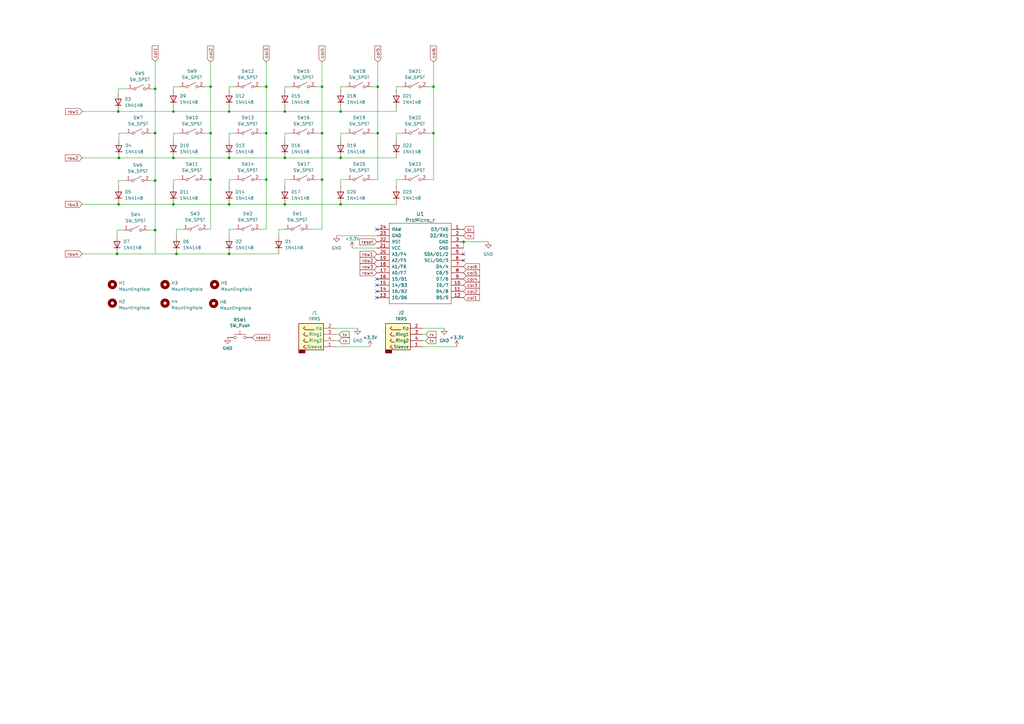
<source format=kicad_sch>
(kicad_sch (version 20230121) (generator eeschema)
  (paper "A3")
  (lib_symbols
    (symbol "Diode:1N4148" (pin_numbers hide) (pin_names hide)
      (property "Reference" "D" (at 0 2.54 0))
      (property "Value" "1N4148" (at 0 -2.54 0))
      (symbol "1N4148_0_1"
        (polyline (pts (xy -1.27 1.27) (xy -1.27 -1.27)) (stroke (width 0.254)))
        (polyline (pts (xy 1.27 0) (xy -1.27 0)))
        (polyline (pts (xy 1.27 1.27) (xy 1.27 -1.27) (xy -1.27 0) (xy 1.27 1.27)) (stroke (width 0.254)))
      )
      (symbol "1N4148_1_1"
        (pin passive line (at -3.81 0 0) (length 2.54) (name "K") (number "1"))
        (pin passive line (at 3.81 0 180) (length 2.54) (name "A") (number "2"))
      )
    )
    (symbol "Mechanical:MountingHole" (pin_names (offset 1.016))
      (property "Reference" "H" (at 0 5.08 0))
      (property "Value" "MountingHole" (at 0 3.175 0))
      (symbol "MountingHole_0_1"
        (circle (center 0 0) (radius 1.27) (stroke (width 1.27)))
      )
    )
    (symbol "Switch:SW_Push" (pin_numbers hide) (pin_names (offset 1.016) hide)
      (property "Reference" "SW" (at 1.27 2.54 0))
      (property "Value" "SW_Push" (at 0 -1.524 0))
      (symbol "SW_Push_0_1"
        (circle (center -2.032 0) (radius 0.508))
        (polyline (pts (xy 0 1.27) (xy 0 3.048)))
        (polyline (pts (xy 2.54 1.27) (xy -2.54 1.27)))
        (circle (center 2.032 0) (radius 0.508))
        (pin passive line (at -5.08 0 0) (length 2.54) (name "1") (number "1"))
        (pin passive line (at 5.08 0 180) (length 2.54) (name "2") (number "2"))
      )
    )
    (symbol "Switch:SW_SPST" (pin_names (offset 0) hide)
      (property "Reference" "SW" (at 0 3.175 0))
      (property "Value" "SW_SPST" (at 0 -2.54 0))
      (symbol "SW_SPST_0_0"
        (circle (center -2.032 0) (radius 0.508))
        (polyline (pts (xy -1.524 0.254) (xy 1.524 1.778)))
        (circle (center 2.032 0) (radius 0.508))
      )
      (symbol "SW_SPST_1_1"
        (pin passive line (at -5.08 0 0) (length 2.54) (name "A") (number "1"))
        (pin passive line (at 5.08 0 180) (length 2.54) (name "B") (number "2"))
      )
    )
    (symbol "hillside:ProMicro_r" (pin_names (offset 1.016))
      (property "Reference" "U" (at 1.27 22.86 0))
      (property "Value" "ProMicro_r" (at 1.27 -15.24 0))
      (symbol "ProMicro_r_0_1"
        (rectangle (start 13.97 20.32) (end -11.43 -12.7))
      )
      (symbol "ProMicro_r_1_1"
        (pin bidirectional line (at 19.05 17.78 180) (length 5.08) (name "D3/TX0") (number "1"))
        (pin bidirectional line (at 19.05 -5.08 180) (length 5.08) (name "E6/7") (number "10"))
        (pin bidirectional line (at 19.05 -7.62 180) (length 5.08) (name "B4/8") (number "11"))
        (pin bidirectional line (at 19.05 -10.16 180) (length 5.08) (name "B5/9") (number "12"))
        (pin bidirectional line (at -16.51 -10.16 0) (length 5.08) (name "10/B6") (number "13"))
        (pin bidirectional line (at -16.51 -7.62 0) (length 5.08) (name "16/B2") (number "14"))
        (pin bidirectional line (at -16.51 -5.08 0) (length 5.08) (name "14/B3") (number "15"))
        (pin bidirectional line (at -16.51 -2.54 0) (length 5.08) (name "15/B1") (number "16"))
        (pin bidirectional line (at -16.51 0 0) (length 5.08) (name "A0/F7") (number "17"))
        (pin bidirectional line (at -16.51 2.54 0) (length 5.08) (name "A1/F6") (number "18"))
        (pin bidirectional line (at -16.51 5.08 0) (length 5.08) (name "A2/F5") (number "19"))
        (pin bidirectional line (at 19.05 15.24 180) (length 5.08) (name "D2/RX1") (number "2"))
        (pin bidirectional line (at -16.51 7.62 0) (length 5.08) (name "A3/F4") (number "20"))
        (pin power_in line (at -16.51 10.16 0) (length 5.08) (name "VCC") (number "21"))
        (pin input line (at -16.51 12.7 0) (length 5.08) (name "RST") (number "22"))
        (pin power_in line (at -16.51 15.24 0) (length 5.08) (name "GND") (number "23"))
        (pin power_out line (at -16.51 17.78 0) (length 5.08) (name "RAW") (number "24"))
        (pin power_in line (at 19.05 12.7 180) (length 5.08) (name "GND") (number "3"))
        (pin power_in line (at 19.05 10.16 180) (length 5.08) (name "GND") (number "4"))
        (pin bidirectional line (at 19.05 7.62 180) (length 5.08) (name "SDA/D1/2") (number "5"))
        (pin bidirectional line (at 19.05 5.08 180) (length 5.08) (name "SCL/D0/3") (number "6"))
        (pin bidirectional line (at 19.05 2.54 180) (length 5.08) (name "D4/4") (number "7"))
        (pin bidirectional line (at 19.05 0 180) (length 5.08) (name "C6/5") (number "8"))
        (pin bidirectional line (at 19.05 -2.54 180) (length 5.08) (name "D7/6") (number "9"))
      )
    )
    (symbol "hillside:TRRS"
      (property "Reference" "J" (at 7.62 5.715 0))
      (property "Value" "TRRS" (at 6.985 -7.62 0))
      (symbol "TRRS_0_1"
        (polyline (pts (xy 6.35 1.905) (xy 10.16 1.905) (xy 10.795 2.54) (xy 10.16 3.175)) (stroke (width 0.254)))
        (polyline (pts (xy 8.89 -0.635) (xy 10.16 -0.635) (xy 10.795 0) (xy 10.16 0.635)) (stroke (width 0.254)))
        (polyline (pts (xy 10.16 -4.445) (xy 10.795 -5.08) (xy 10.16 -5.715) (xy 9.525 -5.715)) (stroke (width 0.254)))
        (polyline (pts (xy 10.16 -1.905) (xy 10.795 -2.54) (xy 10.16 -3.175) (xy 8.89 -3.175)) (stroke (width 0.254)))
        (rectangle (start 12.7 -7.62) (end 10.16 -6.35) (stroke (width 0.254)) (fill (type outline)))
        (rectangle (start 12.7 -6.35) (end 2.54 4.445) (stroke (width 0.254)) (fill (type background)))
      )
      (symbol "TRRS_1_1"
        (pin passive line (at -2.54 -5.08 0) (length 5.08) (name "Sleeve") (number "1"))
        (pin passive line (at -2.54 2.54 0) (length 5.08) (name "tip") (number "2"))
        (pin passive line (at -2.54 0 0) (length 5.08) (name "Ring1") (number "3"))
        (pin passive line (at -2.54 -2.54 0) (length 5.08) (name "Ring2") (number "4"))
      )
    )
    (symbol "power:+3.3V" (power) (pin_names (offset 0))
      (property "Value" "+3.3V" (at 0 3.556 0))
      (symbol "+3.3V_0_1"
        (polyline (pts (xy -0.762 1.27) (xy 0 2.54)))
        (polyline (pts (xy 0 0) (xy 0 2.54)))
        (polyline (pts (xy 0 2.54) (xy 0.762 1.27)))
      )
      (symbol "+3.3V_1_1"
        (pin power_in line (at 0 0 90) (length 0) hide (name "+3.3V") (number "1"))
      )
    )
    (symbol "power:GND" (power) (pin_names (offset 0))
      (property "Value" "GND" (at 0 -3.81 0))
      (symbol "GND_0_1"
        (polyline (pts (xy 0 0) (xy 0 -1.27) (xy 1.27 -1.27) (xy 0 -2.54) (xy -1.27 -1.27) (xy 0 -1.27)))
      )
      (symbol "GND_1_1"
        (pin power_in line (at 0 0 270) (length 0) hide (name "GND") (number "1"))
      )
    )
  )
  (junction (at 72.39 104.14))
  (junction (at 63.627 36.449))
  (junction (at 132.08 54.61))
  (junction (at 132.08 35.56))
  (junction (at 48.006 104.14))
  (junction (at 109.22 73.66))
  (junction (at 48.641 83.82))
  (junction (at 109.22 54.61))
  (junction (at 48.514 45.72))
  (junction (at 116.84 83.82))
  (junction (at 48.768 64.77))
  (junction (at 93.98 104.14))
  (junction (at 86.36 54.61))
  (junction (at 177.8 54.61))
  (junction (at 116.84 64.77))
  (junction (at 63.627 74.041))
  (junction (at 93.98 64.77))
  (junction (at 93.98 45.72))
  (junction (at 86.36 73.66))
  (junction (at 154.94 54.61))
  (junction (at 109.22 35.56))
  (junction (at 177.8 35.56))
  (junction (at 154.94 35.56))
  (junction (at 86.36 35.56))
  (junction (at 71.12 45.72))
  (junction (at 93.98 83.82))
  (junction (at 116.84 45.72))
  (junction (at 139.7 83.82))
  (junction (at 63.627 94.361))
  (junction (at 139.7 64.77))
  (junction (at 132.08 73.66))
  (junction (at 63.627 54.61))
  (junction (at 139.7 45.72))
  (junction (at 190.119 99.187))
  (junction (at 71.12 64.77))
  (junction (at 71.12 83.82))
  (no_connect (at 154.559 116.967))
  (no_connect (at 190.119 106.807))
  (no_connect (at 154.559 119.507))
  (no_connect (at 154.559 94.107))
  (no_connect (at 154.559 114.427))
  (no_connect (at 154.559 122.047))
  (no_connect (at 190.119 104.267))
  (wire (pts (xy 119.38 73.66) (xy 116.84 73.66)))
  (wire (pts (xy 177.8 73.66) (xy 175.26 73.66)))
  (wire (pts (xy 63.627 74.041) (xy 63.627 94.361)))
  (wire (pts (xy 93.98 44.45) (xy 93.98 45.72)))
  (wire (pts (xy 139.7 83.82) (xy 162.56 83.82)))
  (wire (pts (xy 71.12 73.66) (xy 73.66 73.66)))
  (wire (pts (xy 86.36 25.4) (xy 86.36 35.56)))
  (wire (pts (xy 63.627 36.449) (xy 63.627 25.146)))
  (wire (pts (xy 48.768 54.61) (xy 51.562 54.61)))
  (wire (pts (xy 162.56 54.61) (xy 162.56 57.15)))
  (wire (pts (xy 50.546 94.361) (xy 48.006 94.361)))
  (wire (pts (xy 48.768 64.77) (xy 71.12 64.77)))
  (wire (pts (xy 86.36 73.66) (xy 86.36 93.98)))
  (wire (pts (xy 173.355 142.24) (xy 187.325 142.24)))
  (wire (pts (xy 71.12 64.77) (xy 93.98 64.77)))
  (wire (pts (xy 162.56 44.45) (xy 162.56 45.72)))
  (wire (pts (xy 93.98 93.98) (xy 96.52 93.98)))
  (wire (pts (xy 139.7 73.66) (xy 139.7 76.2)))
  (wire (pts (xy 154.94 25.4) (xy 154.94 35.56)))
  (wire (pts (xy 190.119 99.187) (xy 190.119 101.727)))
  (wire (pts (xy 177.8 35.56) (xy 175.26 35.56)))
  (wire (pts (xy 127 93.98) (xy 132.08 93.98)))
  (wire (pts (xy 86.36 35.56) (xy 86.36 54.61)))
  (wire (pts (xy 139.065 137.16) (xy 137.795 137.16)))
  (wire (pts (xy 137.795 142.24) (xy 151.765 142.24)))
  (wire (pts (xy 109.22 54.61) (xy 106.68 54.61)))
  (wire (pts (xy 142.24 73.66) (xy 139.7 73.66)))
  (wire (pts (xy 144.399 101.727) (xy 154.559 101.727)))
  (wire (pts (xy 132.08 35.56) (xy 132.08 54.61)))
  (wire (pts (xy 73.66 35.56) (xy 71.12 35.56)))
  (wire (pts (xy 48.641 74.041) (xy 51.435 74.041)))
  (wire (pts (xy 114.3 93.98) (xy 116.84 93.98)))
  (wire (pts (xy 60.706 94.361) (xy 63.627 94.361)))
  (wire (pts (xy 174.625 137.16) (xy 173.355 137.16)))
  (wire (pts (xy 173.355 139.7) (xy 174.625 139.7)))
  (wire (pts (xy 48.641 83.82) (xy 71.12 83.82)))
  (wire (pts (xy 72.39 104.14) (xy 93.98 104.14)))
  (wire (pts (xy 72.39 93.98) (xy 74.93 93.98)))
  (wire (pts (xy 86.36 93.98) (xy 85.09 93.98)))
  (wire (pts (xy 48.641 76.2) (xy 48.641 74.041)))
  (wire (pts (xy 173.355 134.62) (xy 182.245 134.62)))
  (wire (pts (xy 93.98 45.72) (xy 116.84 45.72)))
  (wire (pts (xy 190.119 99.187) (xy 200.279 99.187)))
  (wire (pts (xy 86.36 73.66) (xy 83.82 73.66)))
  (wire (pts (xy 162.56 35.56) (xy 162.56 36.83)))
  (wire (pts (xy 142.24 54.61) (xy 139.7 54.61)))
  (wire (pts (xy 71.12 76.2) (xy 71.12 73.66)))
  (wire (pts (xy 177.8 54.61) (xy 177.8 73.66)))
  (wire (pts (xy 132.08 73.66) (xy 132.08 93.98)))
  (wire (pts (xy 109.22 35.56) (xy 109.22 54.61)))
  (wire (pts (xy 177.8 35.56) (xy 177.8 54.61)))
  (wire (pts (xy 71.12 54.61) (xy 71.12 57.15)))
  (wire (pts (xy 139.7 64.77) (xy 162.56 64.77)))
  (wire (pts (xy 71.12 83.82) (xy 93.98 83.82)))
  (wire (pts (xy 109.22 73.66) (xy 109.22 93.98)))
  (wire (pts (xy 61.595 74.041) (xy 63.627 74.041)))
  (wire (pts (xy 93.98 73.66) (xy 93.98 76.2)))
  (wire (pts (xy 62.357 36.449) (xy 63.627 36.449)))
  (wire (pts (xy 93.98 93.98) (xy 93.98 96.52)))
  (wire (pts (xy 154.94 35.56) (xy 152.4 35.56)))
  (wire (pts (xy 139.7 35.56) (xy 139.7 36.83)))
  (wire (pts (xy 177.8 25.4) (xy 177.8 35.56)))
  (wire (pts (xy 132.08 25.4) (xy 132.08 35.56)))
  (wire (pts (xy 109.22 25.4) (xy 109.22 35.56)))
  (wire (pts (xy 154.94 35.56) (xy 154.94 54.61)))
  (wire (pts (xy 165.1 35.56) (xy 162.56 35.56)))
  (wire (pts (xy 96.52 35.56) (xy 93.98 35.56)))
  (wire (pts (xy 165.1 54.61) (xy 162.56 54.61)))
  (wire (pts (xy 116.84 44.45) (xy 116.84 45.72)))
  (wire (pts (xy 86.36 54.61) (xy 83.82 54.61)))
  (wire (pts (xy 132.08 35.56) (xy 129.54 35.56)))
  (wire (pts (xy 33.655 83.82) (xy 48.641 83.82)))
  (wire (pts (xy 72.39 93.98) (xy 72.39 96.52)))
  (wire (pts (xy 116.84 64.77) (xy 139.7 64.77)))
  (wire (pts (xy 73.66 54.61) (xy 71.12 54.61)))
  (wire (pts (xy 71.12 45.72) (xy 93.98 45.72)))
  (wire (pts (xy 61.722 54.61) (xy 63.627 54.61)))
  (wire (pts (xy 109.22 54.61) (xy 109.22 73.66)))
  (wire (pts (xy 93.98 64.77) (xy 116.84 64.77)))
  (wire (pts (xy 138.049 96.647) (xy 154.559 96.647)))
  (wire (pts (xy 119.38 54.61) (xy 116.84 54.61)))
  (wire (pts (xy 86.36 35.56) (xy 83.82 35.56)))
  (wire (pts (xy 63.627 54.61) (xy 63.627 36.449)))
  (wire (pts (xy 33.782 45.72) (xy 48.514 45.72)))
  (wire (pts (xy 139.7 54.61) (xy 139.7 57.15)))
  (wire (pts (xy 142.24 35.56) (xy 139.7 35.56)))
  (wire (pts (xy 132.08 54.61) (xy 129.54 54.61)))
  (wire (pts (xy 165.1 73.66) (xy 162.56 73.66)))
  (wire (pts (xy 48.006 104.14) (xy 72.39 104.14)))
  (wire (pts (xy 116.84 83.82) (xy 139.7 83.82)))
  (wire (pts (xy 93.98 104.14) (xy 114.3 104.14)))
  (wire (pts (xy 154.94 54.61) (xy 154.94 73.66)))
  (wire (pts (xy 119.38 35.56) (xy 116.84 35.56)))
  (wire (pts (xy 139.7 44.45) (xy 139.7 45.72)))
  (wire (pts (xy 116.84 45.72) (xy 139.7 45.72)))
  (wire (pts (xy 48.514 36.449) (xy 48.514 38.1)))
  (wire (pts (xy 106.68 93.98) (xy 109.22 93.98)))
  (wire (pts (xy 33.655 64.77) (xy 48.768 64.77)))
  (wire (pts (xy 48.514 45.72) (xy 71.12 45.72)))
  (wire (pts (xy 109.22 35.56) (xy 106.68 35.56)))
  (wire (pts (xy 162.56 73.66) (xy 162.56 76.2)))
  (wire (pts (xy 93.98 83.82) (xy 116.84 83.82)))
  (wire (pts (xy 177.8 54.61) (xy 175.26 54.61)))
  (wire (pts (xy 154.94 73.66) (xy 152.4 73.66)))
  (wire (pts (xy 154.94 54.61) (xy 152.4 54.61)))
  (wire (pts (xy 139.7 45.72) (xy 162.56 45.72)))
  (wire (pts (xy 96.52 54.61) (xy 93.98 54.61)))
  (wire (pts (xy 71.12 35.56) (xy 71.12 36.83)))
  (wire (pts (xy 48.768 57.15) (xy 48.768 54.61)))
  (wire (pts (xy 63.627 94.361) (xy 63.627 104.013)))
  (wire (pts (xy 116.84 35.56) (xy 116.84 36.83)))
  (wire (pts (xy 48.006 94.361) (xy 48.006 96.52)))
  (wire (pts (xy 132.08 54.61) (xy 132.08 73.66)))
  (wire (pts (xy 33.655 104.14) (xy 48.006 104.14)))
  (wire (pts (xy 116.84 54.61) (xy 116.84 57.15)))
  (wire (pts (xy 137.795 139.7) (xy 139.065 139.7)))
  (wire (pts (xy 132.08 73.66) (xy 129.54 73.66)))
  (wire (pts (xy 137.795 134.62) (xy 146.685 134.62)))
  (wire (pts (xy 114.3 96.52) (xy 114.3 93.98)))
  (wire (pts (xy 63.627 74.041) (xy 63.627 54.61)))
  (wire (pts (xy 71.12 44.45) (xy 71.12 45.72)))
  (wire (pts (xy 96.52 73.66) (xy 93.98 73.66)))
  (wire (pts (xy 52.197 36.449) (xy 48.514 36.449)))
  (wire (pts (xy 109.22 73.66) (xy 106.68 73.66)))
  (wire (pts (xy 93.98 54.61) (xy 93.98 57.15)))
  (wire (pts (xy 86.36 54.61) (xy 86.36 73.66)))
  (wire (pts (xy 116.84 73.66) (xy 116.84 76.2)))
  (wire (pts (xy 93.98 35.56) (xy 93.98 36.83)))
  (global_label "col3" (shape input) (at 109.22 25.4 90) (property "Intersheetrefs" "${INTERSHEET_REFS}" (effects hide)))
  (global_label "col4" (shape input) (at 190.119 114.427 0) (property "Intersheetrefs" "${INTERSHEET_REFS}" (effects hide)))
  (global_label "row2" (shape input) (at 33.655 64.77 180) (property "Intersheetrefs" "${INTERSHEET_REFS}" (effects hide)))
  (global_label "row1" (shape input) (at 33.782 45.72 180) (property "Intersheetrefs" "${INTERSHEET_REFS}" (effects hide)))
  (global_label "col1" (shape input) (at 63.627 25.273 90) (property "Intersheetrefs" "${INTERSHEET_REFS}" (effects hide)))
  (global_label "rx" (shape input) (at 139.065 139.7 0) (property "Intersheetrefs" "${INTERSHEET_REFS}" (effects hide)))
  (global_label "rx" (shape input) (at 174.625 137.16 0) (property "Intersheetrefs" "${INTERSHEET_REFS}" (effects hide)))
  (global_label "col6" (shape input) (at 190.119 109.347 0) (property "Intersheetrefs" "${INTERSHEET_REFS}" (effects hide)))
  (global_label "row4" (shape input) (at 33.655 104.14 180) (property "Intersheetrefs" "${INTERSHEET_REFS}" (effects hide)))
  (global_label "col2" (shape input) (at 86.36 25.4 90) (property "Intersheetrefs" "${INTERSHEET_REFS}" (effects hide)))
  (global_label "tx" (shape input) (at 174.625 139.7 0) (property "Intersheetrefs" "${INTERSHEET_REFS}" (effects hide)))
  (global_label "col3" (shape input) (at 190.119 116.967 0) (property "Intersheetrefs" "${INTERSHEET_REFS}" (effects hide)))
  (global_label "row3" (shape input) (at 154.559 109.347 180) (property "Intersheetrefs" "${INTERSHEET_REFS}" (effects hide)))
  (global_label "row4" (shape input) (at 154.559 111.887 180) (property "Intersheetrefs" "${INTERSHEET_REFS}" (effects hide)))
  (global_label "rx" (shape input) (at 190.119 96.647 0) (property "Intersheetrefs" "${INTERSHEET_REFS}" (effects hide)))
  (global_label "col1" (shape input) (at 190.119 122.047 0) (property "Intersheetrefs" "${INTERSHEET_REFS}" (effects hide)))
  (global_label "row2" (shape input) (at 154.559 106.807 180) (property "Intersheetrefs" "${INTERSHEET_REFS}" (effects hide)))
  (global_label "row1" (shape input) (at 154.559 104.267 180) (property "Intersheetrefs" "${INTERSHEET_REFS}" (effects hide)))
  (global_label "col2" (shape input) (at 190.119 119.507 0) (property "Intersheetrefs" "${INTERSHEET_REFS}" (effects hide)))
  (global_label "col5" (shape input) (at 190.119 111.887 0) (property "Intersheetrefs" "${INTERSHEET_REFS}" (effects hide)))
  (global_label "tx" (shape input) (at 190.119 94.107 0) (property "Intersheetrefs" "${INTERSHEET_REFS}" (effects hide)))
  (global_label "col4" (shape input) (at 132.08 25.4 90) (property "Intersheetrefs" "${INTERSHEET_REFS}" (effects hide)))
  (global_label "col5" (shape input) (at 154.94 25.4 90) (property "Intersheetrefs" "${INTERSHEET_REFS}" (effects hide)))
  (global_label "row3" (shape input) (at 33.655 83.82 180) (property "Intersheetrefs" "${INTERSHEET_REFS}" (effects hide)))
  (global_label "reset" (shape input) (at 103.505 138.43 0) (property "Intersheetrefs" "${INTERSHEET_REFS}" (effects hide)))
  (global_label "tx" (shape input) (at 139.065 137.16 0) (property "Intersheetrefs" "${INTERSHEET_REFS}" (effects hide)))
  (global_label "reset" (shape input) (at 154.559 99.187 180) (property "Intersheetrefs" "${INTERSHEET_REFS}" (effects hide)))
  (global_label "col6" (shape input) (at 177.8 25.4 90) (property "Intersheetrefs" "${INTERSHEET_REFS}" (effects hide)))
  (symbol (lib_id "power:+3.3V") (at 151.765 142.24 0) (unit 1)
    (property "Reference" "#PWR04" (effects hide))
    (property "Value" "+3.3V" (at 151.765 138.43 0))
  )
  (symbol (lib_id "Diode:1N4148") (at 93.98 100.33 90) (unit 1)
    (property "Reference" "D2" (at 96.52 99.0599 90) (effects (justify right)))
    (property "Value" "1N4148" (at 96.52 101.5999 90) (effects (justify right)))
    (property "Footprint" "Keebio-Parts:Diode-dual" (effects hide))
    (property "Datasheet" "https://assets.nexperia.com/documents/data-sheet/1N4148_1N4448.pdf" (effects hide))
  )
  (symbol (lib_id "power:+3.3V") (at 187.325 142.24 0) (unit 1)
    (property "Reference" "#PWR012" (effects hide))
    (property "Value" "+3.3V" (at 187.325 138.43 0))
  )
  (symbol (lib_id "Diode:1N4148") (at 71.12 40.64 90) (unit 1)
    (property "Reference" "D9" (at 73.66 39.3699 90) (effects (justify right)))
    (property "Value" "1N4148" (at 73.66 41.9099 90) (effects (justify right)))
    (property "Footprint" "Keebio-Parts:Diode-dual" (effects hide))
    (property "Datasheet" "https://assets.nexperia.com/documents/data-sheet/1N4148_1N4448.pdf" (effects hide))
  )
  (symbol (lib_id "Switch:SW_SPST") (at 101.6 73.66 0) (unit 1)
    (property "Reference" "SW14" (at 101.6 67.31 0))
    (property "Value" "SW_SPST" (at 101.6 69.85 0))
    (property "Footprint" "keyswitches:Kailh_socket_PG1350_reversible" (effects hide))
  )
  (symbol (lib_id "Switch:SW_SPST") (at 124.46 35.56 0) (unit 1)
    (property "Reference" "SW15" (at 124.46 29.21 0))
    (property "Value" "SW_SPST" (at 124.46 31.75 0))
    (property "Footprint" "keyswitches:Kailh_socket_PG1350_reversible" (effects hide))
  )
  (symbol (lib_id "Diode:1N4148") (at 139.7 60.96 90) (unit 1)
    (property "Reference" "D19" (at 142.24 59.6899 90) (effects (justify right)))
    (property "Value" "1N4148" (at 142.24 62.2299 90) (effects (justify right)))
    (property "Footprint" "Keebio-Parts:Diode-dual" (effects hide))
    (property "Datasheet" "https://assets.nexperia.com/documents/data-sheet/1N4148_1N4448.pdf" (effects hide))
  )
  (symbol (lib_id "Switch:SW_SPST") (at 147.32 73.66 0) (unit 1)
    (property "Reference" "SW20" (at 147.32 67.31 0))
    (property "Value" "SW_SPST" (at 147.32 69.85 0))
    (property "Footprint" "keyswitches:Kailh_socket_PG1350_reversible" (effects hide))
  )
  (symbol (lib_id "Mechanical:MountingHole") (at 46.101 124.333 0) (unit 1)
    (property "Reference" "H2" (at 48.641 123.698 0) (effects (justify left)))
    (property "Value" "MountingHole" (at 48.641 126.238 0) (effects (justify left)))
    (property "Footprint" "MountingHole:MountingHole_2.2mm_M2" (effects hide))
  )
  (symbol (lib_id "Diode:1N4148") (at 162.56 60.96 90) (unit 1)
    (property "Reference" "D22" (at 165.1 59.6899 90) (effects (justify right)))
    (property "Value" "1N4148" (at 165.1 62.2299 90) (effects (justify right)))
    (property "Footprint" "Keebio-Parts:Diode-dual" (effects hide))
    (property "Datasheet" "https://assets.nexperia.com/documents/data-sheet/1N4148_1N4448.pdf" (effects hide))
  )
  (symbol (lib_id "Switch:SW_SPST") (at 170.18 35.56 0) (unit 1)
    (property "Reference" "SW21" (at 170.18 29.21 0))
    (property "Value" "SW_SPST" (at 170.18 31.75 0))
    (property "Footprint" "keyswitches:Kailh_socket_PG1350_reversible" (effects hide))
  )
  (symbol (lib_id "power:GND") (at 138.049 96.647 0) (unit 1)
    (property "Reference" "#PWR02" (effects hide))
    (property "Value" "GND" (at 138.049 101.727 0))
  )
  (symbol (lib_id "Diode:1N4148") (at 93.98 60.96 90) (unit 1)
    (property "Reference" "D13" (at 96.52 59.6899 90) (effects (justify right)))
    (property "Value" "1N4148" (at 96.52 62.2299 90) (effects (justify right)))
    (property "Footprint" "Keebio-Parts:Diode-dual" (effects hide))
    (property "Datasheet" "https://assets.nexperia.com/documents/data-sheet/1N4148_1N4448.pdf" (effects hide))
  )
  (symbol (lib_id "Diode:1N4148") (at 71.12 60.96 90) (unit 1)
    (property "Reference" "D10" (at 73.66 59.6899 90) (effects (justify right)))
    (property "Value" "1N4148" (at 73.66 62.2299 90) (effects (justify right)))
    (property "Footprint" "Keebio-Parts:Diode-dual" (effects hide))
    (property "Datasheet" "https://assets.nexperia.com/documents/data-sheet/1N4148_1N4448.pdf" (effects hide))
  )
  (symbol (lib_id "Diode:1N4148") (at 48.768 60.96 90) (unit 1)
    (property "Reference" "D4" (at 51.308 59.6899 90) (effects (justify right)))
    (property "Value" "1N4148" (at 51.308 62.2299 90) (effects (justify right)))
    (property "Footprint" "Keebio-Parts:Diode-dual" (effects hide))
    (property "Datasheet" "https://assets.nexperia.com/documents/data-sheet/1N4148_1N4448.pdf" (effects hide))
  )
  (symbol (lib_id "Switch:SW_SPST") (at 55.626 94.361 0) (unit 1)
    (property "Reference" "SW4" (at 55.626 88.011 0))
    (property "Value" "SW_SPST" (at 55.626 90.551 0))
    (property "Footprint" "keyswitches:Kailh_socket_PG1350_reversible" (effects hide))
  )
  (symbol (lib_id "Diode:1N4148") (at 139.7 80.01 90) (unit 1)
    (property "Reference" "D20" (at 142.24 78.7399 90) (effects (justify right)))
    (property "Value" "1N4148" (at 142.24 81.2799 90) (effects (justify right)))
    (property "Footprint" "Keebio-Parts:Diode-dual" (effects hide))
    (property "Datasheet" "https://assets.nexperia.com/documents/data-sheet/1N4148_1N4448.pdf" (effects hide))
  )
  (symbol (lib_id "Mechanical:MountingHole") (at 87.63 124.46 0) (unit 1)
    (property "Reference" "H6" (at 90.17 123.825 0) (effects (justify left)))
    (property "Value" "MountingHole" (at 90.17 126.365 0) (effects (justify left)))
    (property "Footprint" "MountingHole:MountingHole_2.2mm_M2" (effects hide))
  )
  (symbol (lib_id "Switch:SW_SPST") (at 57.277 36.449 0) (unit 1)
    (property "Reference" "SW5" (at 57.277 30.099 0))
    (property "Value" "SW_SPST" (at 57.277 32.639 0))
    (property "Footprint" "keyswitches:Kailh_socket_PG1350_reversible" (effects hide))
  )
  (symbol (lib_id "Diode:1N4148") (at 48.641 80.01 90) (unit 1)
    (property "Reference" "D5" (at 51.181 78.7399 90) (effects (justify right)))
    (property "Value" "1N4148" (at 51.181 81.2799 90) (effects (justify right)))
    (property "Footprint" "Keebio-Parts:Diode-dual" (effects hide))
    (property "Datasheet" "https://assets.nexperia.com/documents/data-sheet/1N4148_1N4448.pdf" (effects hide))
  )
  (symbol (lib_id "Switch:SW_SPST") (at 80.01 93.98 0) (unit 1)
    (property "Reference" "SW3" (at 80.01 87.63 0))
    (property "Value" "SW_SPST" (at 80.01 90.17 0))
    (property "Footprint" "keyswitches:Kailh_socket_PG1350_reversible" (effects hide))
  )
  (symbol (lib_id "Switch:SW_SPST") (at 78.74 35.56 0) (unit 1)
    (property "Reference" "SW9" (at 78.74 29.21 0))
    (property "Value" "SW_SPST" (at 78.74 31.75 0))
    (property "Footprint" "keyswitches:Kailh_socket_PG1350_reversible" (effects hide))
  )
  (symbol (lib_id "Diode:1N4148") (at 72.39 100.33 90) (unit 1)
    (property "Reference" "D6" (at 74.93 99.0599 90) (effects (justify right)))
    (property "Value" "1N4148" (at 74.93 101.5999 90) (effects (justify right)))
    (property "Footprint" "Keebio-Parts:Diode-dual" (effects hide))
    (property "Datasheet" "https://assets.nexperia.com/documents/data-sheet/1N4148_1N4448.pdf" (effects hide))
  )
  (symbol (lib_id "Diode:1N4148") (at 114.3 100.33 90) (unit 1)
    (property "Reference" "D1" (at 116.84 99.0599 90) (effects (justify right)))
    (property "Value" "1N4148" (at 116.84 101.5999 90) (effects (justify right)))
    (property "Footprint" "Keebio-Parts:Diode-dual" (effects hide))
    (property "Datasheet" "https://assets.nexperia.com/documents/data-sheet/1N4148_1N4448.pdf" (effects hide))
  )
  (symbol (lib_id "Mechanical:MountingHole") (at 88.011 116.713 0) (unit 1)
    (property "Reference" "H5" (at 90.551 116.078 0) (effects (justify left)))
    (property "Value" "MountingHole" (at 90.551 118.618 0) (effects (justify left)))
    (property "Footprint" "MountingHole:MountingHole_2.2mm_M2" (effects hide))
  )
  (symbol (lib_id "Switch:SW_SPST") (at 101.6 93.98 0) (unit 1)
    (property "Reference" "SW2" (at 101.6 87.63 0))
    (property "Value" "SW_SPST" (at 101.6 90.17 0))
    (property "Footprint" "keyswitches:Kailh_socket_PG1350_reversible" (effects hide))
  )
  (symbol (lib_id "Diode:1N4148") (at 71.12 80.01 90) (unit 1)
    (property "Reference" "D11" (at 73.66 78.7399 90) (effects (justify right)))
    (property "Value" "1N4148" (at 73.66 81.2799 90) (effects (justify right)))
    (property "Footprint" "Keebio-Parts:Diode-dual" (effects hide))
    (property "Datasheet" "https://assets.nexperia.com/documents/data-sheet/1N4148_1N4448.pdf" (effects hide))
  )
  (symbol (lib_id "Switch:SW_SPST") (at 101.6 54.61 0) (unit 1)
    (property "Reference" "SW13" (at 101.6 48.26 0))
    (property "Value" "SW_SPST" (at 101.6 50.8 0))
    (property "Footprint" "keyswitches:Kailh_socket_PG1350_reversible" (effects hide))
  )
  (symbol (lib_id "hillside:ProMicro_r") (at 171.069 111.887 0) (unit 1)
    (property "Reference" "U1" (at 172.339 87.757 0) (effects (font (size 1.524 1.524))))
    (property "Value" "ProMicro_r" (at 172.339 90.297 0) (effects (font (size 1.524 1.524))))
    (property "Footprint" "hillside:ProMicro_v2" (effects hide))
  )
  (symbol (lib_id "Mechanical:MountingHole") (at 67.691 116.713 0) (unit 1)
    (property "Reference" "H3" (at 70.231 116.078 0) (effects (justify left)))
    (property "Value" "MountingHole" (at 70.231 118.618 0) (effects (justify left)))
    (property "Footprint" "MountingHole:MountingHole_2.2mm_M2" (effects hide))
  )
  (symbol (lib_id "Switch:SW_SPST") (at 147.32 35.56 0) (unit 1)
    (property "Reference" "SW18" (at 147.32 29.21 0))
    (property "Value" "SW_SPST" (at 147.32 31.75 0))
    (property "Footprint" "keyswitches:Kailh_socket_PG1350_reversible" (effects hide))
  )
  (symbol (lib_id "Switch:SW_SPST") (at 78.74 54.61 0) (unit 1)
    (property "Reference" "SW10" (at 78.74 48.26 0))
    (property "Value" "SW_SPST" (at 78.74 50.8 0))
    (property "Footprint" "keyswitches:Kailh_socket_PG1350_reversible" (effects hide))
  )
  (symbol (lib_id "Switch:SW_SPST") (at 78.74 73.66 0) (unit 1)
    (property "Reference" "SW11" (at 78.74 67.31 0))
    (property "Value" "SW_SPST" (at 78.74 69.85 0))
    (property "Footprint" "keyswitches:Kailh_socket_PG1350_reversible" (effects hide))
  )
  (symbol (lib_id "Switch:SW_Push") (at 98.425 138.43 0) (unit 1)
    (property "Reference" "RSW1" (at 98.425 131.191 0))
    (property "Value" "SW_Push" (at 98.425 133.5024 0))
    (property "Footprint" "various:SW_SKHLLCA010" (effects hide))
  )
  (symbol (lib_id "Switch:SW_SPST") (at 121.92 93.98 0) (unit 1)
    (property "Reference" "SW1" (at 121.92 87.63 0))
    (property "Value" "SW_SPST" (at 121.92 90.17 0))
    (property "Footprint" "keyswitches:Kailh_socket_PG1350_reversible" (effects hide))
  )
  (symbol (lib_id "Switch:SW_SPST") (at 56.642 54.61 0) (unit 1)
    (property "Reference" "SW7" (at 56.642 48.26 0))
    (property "Value" "SW_SPST" (at 56.642 50.8 0))
    (property "Footprint" "keyswitches:Kailh_socket_PG1350_reversible" (effects hide))
  )
  (symbol (lib_id "Switch:SW_SPST") (at 56.515 74.041 0) (unit 1)
    (property "Reference" "SW6" (at 56.515 67.691 0))
    (property "Value" "SW_SPST" (at 56.515 70.231 0))
    (property "Footprint" "keyswitches:Kailh_socket_PG1350_reversible" (effects hide))
  )
  (symbol (lib_id "Diode:1N4148") (at 48.006 100.33 90) (unit 1)
    (property "Reference" "D7" (at 50.546 99.0599 90) (effects (justify right)))
    (property "Value" "1N4148" (at 50.546 101.5999 90) (effects (justify right)))
    (property "Footprint" "Keebio-Parts:Diode-dual" (effects hide))
    (property "Datasheet" "https://assets.nexperia.com/documents/data-sheet/1N4148_1N4448.pdf" (effects hide))
  )
  (symbol (lib_id "hillside:TRRS") (at 170.815 137.16 0) (mirror y) (unit 1)
    (property "Reference" "J2" (at 165.735 128.27 0) (effects (justify left)))
    (property "Value" "TRRS" (at 167.005 130.81 0) (effects (justify left)))
    (property "Footprint" "Keebio-Parts:TRRS-PJ-320A" (effects hide))
  )
  (symbol (lib_id "Switch:SW_SPST") (at 170.18 73.66 0) (unit 1)
    (property "Reference" "SW23" (at 170.18 67.31 0))
    (property "Value" "SW_SPST" (at 170.18 69.85 0))
    (property "Footprint" "keyswitches:Kailh_socket_PG1350_reversible" (effects hide))
  )
  (symbol (lib_id "Switch:SW_SPST") (at 124.46 54.61 0) (unit 1)
    (property "Reference" "SW16" (at 124.46 48.26 0))
    (property "Value" "SW_SPST" (at 124.46 50.8 0))
    (property "Footprint" "keyswitches:Kailh_socket_PG1350_reversible" (effects hide))
  )
  (symbol (lib_id "Switch:SW_SPST") (at 124.46 73.66 0) (unit 1)
    (property "Reference" "SW17" (at 124.46 67.31 0))
    (property "Value" "SW_SPST" (at 124.46 69.85 0))
    (property "Footprint" "keyswitches:Kailh_socket_PG1350_reversible" (effects hide))
  )
  (symbol (lib_id "power:GND") (at 182.245 134.62 0) (mirror y) (unit 1)
    (property "Reference" "#PWR011" (effects hide))
    (property "Value" "GND" (at 182.245 139.7 0))
  )
  (symbol (lib_id "power:GND") (at 200.279 99.187 0) (unit 1)
    (property "Reference" "#PWR01" (effects hide))
    (property "Value" "GND" (at 200.279 104.267 0))
  )
  (symbol (lib_id "Switch:SW_SPST") (at 170.18 54.61 0) (unit 1)
    (property "Reference" "SW22" (at 170.18 48.26 0))
    (property "Value" "SW_SPST" (at 170.18 50.8 0))
    (property "Footprint" "keyswitches:Kailh_socket_PG1350_reversible" (effects hide))
  )
  (symbol (lib_id "Switch:SW_SPST") (at 147.32 54.61 0) (unit 1)
    (property "Reference" "SW19" (at 147.32 48.26 0))
    (property "Value" "SW_SPST" (at 147.32 50.8 0))
    (property "Footprint" "keyswitches:Kailh_socket_PG1350_reversible" (effects hide))
  )
  (symbol (lib_id "power:GND") (at 93.345 138.43 0) (unit 1)
    (property "Reference" "#PWR07" (effects hide))
    (property "Value" "GND" (at 93.345 142.8734 0))
  )
  (symbol (lib_id "Switch:SW_SPST") (at 101.6 35.56 0) (unit 1)
    (property "Reference" "SW12" (at 101.6 29.21 0))
    (property "Value" "SW_SPST" (at 101.6 31.75 0))
    (property "Footprint" "keyswitches:Kailh_socket_PG1350_reversible" (effects hide))
  )
  (symbol (lib_id "Diode:1N4148") (at 116.84 40.64 90) (unit 1)
    (property "Reference" "D15" (at 119.38 39.3699 90) (effects (justify right)))
    (property "Value" "1N4148" (at 119.38 41.9099 90) (effects (justify right)))
    (property "Footprint" "Keebio-Parts:Diode-dual" (effects hide))
    (property "Datasheet" "https://assets.nexperia.com/documents/data-sheet/1N4148_1N4448.pdf" (effects hide))
  )
  (symbol (lib_id "Mechanical:MountingHole") (at 46.101 116.713 0) (unit 1)
    (property "Reference" "H1" (at 48.641 116.078 0) (effects (justify left)))
    (property "Value" "MountingHole" (at 48.641 118.618 0) (effects (justify left)))
    (property "Footprint" "MountingHole:MountingHole_2.2mm_M2" (effects hide))
  )
  (symbol (lib_id "hillside:TRRS") (at 135.255 137.16 0) (mirror y) (unit 1)
    (property "Reference" "J1" (at 130.175 128.27 0) (effects (justify left)))
    (property "Value" "TRRS" (at 131.445 130.81 0) (effects (justify left)))
    (property "Footprint" "Keebio-Parts:TRRS-PJ-320A" (effects hide))
  )
  (symbol (lib_id "Diode:1N4148") (at 116.84 80.01 90) (unit 1)
    (property "Reference" "D17" (at 119.38 78.7399 90) (effects (justify right)))
    (property "Value" "1N4148" (at 119.38 81.2799 90) (effects (justify right)))
    (property "Footprint" "Keebio-Parts:Diode-dual" (effects hide))
    (property "Datasheet" "https://assets.nexperia.com/documents/data-sheet/1N4148_1N4448.pdf" (effects hide))
  )
  (symbol (lib_id "Diode:1N4148") (at 162.56 80.01 90) (unit 1)
    (property "Reference" "D23" (at 165.1 78.7399 90) (effects (justify right)))
    (property "Value" "1N4148" (at 165.1 81.2799 90) (effects (justify right)))
    (property "Footprint" "Keebio-Parts:Diode-dual" (effects hide))
    (property "Datasheet" "https://assets.nexperia.com/documents/data-sheet/1N4148_1N4448.pdf" (effects hide))
  )
  (symbol (lib_id "power:+3.3V") (at 144.399 101.727 0) (unit 1)
    (property "Reference" "#PWR03" (effects hide))
    (property "Value" "+3.3V" (at 144.399 97.917 0))
  )
  (symbol (lib_id "Diode:1N4148") (at 48.514 41.91 90) (unit 1)
    (property "Reference" "D3" (at 51.054 40.6399 90) (effects (justify right)))
    (property "Value" "1N4148" (at 51.054 43.1799 90) (effects (justify right)))
    (property "Footprint" "Keebio-Parts:Diode-dual" (effects hide))
    (property "Datasheet" "https://assets.nexperia.com/documents/data-sheet/1N4148_1N4448.pdf" (effects hide))
  )
  (symbol (lib_id "Diode:1N4148") (at 93.98 40.64 90) (unit 1)
    (property "Reference" "D12" (at 96.52 39.3699 90) (effects (justify right)))
    (property "Value" "1N4148" (at 96.52 41.9099 90) (effects (justify right)))
    (property "Footprint" "Keebio-Parts:Diode-dual" (effects hide))
    (property "Datasheet" "https://assets.nexperia.com/documents/data-sheet/1N4148_1N4448.pdf" (effects hide))
  )
  (symbol (lib_id "Diode:1N4148") (at 93.98 80.01 90) (unit 1)
    (property "Reference" "D14" (at 96.52 78.7399 90) (effects (justify right)))
    (property "Value" "1N4148" (at 96.52 81.2799 90) (effects (justify right)))
    (property "Footprint" "Keebio-Parts:Diode-dual" (effects hide))
    (property "Datasheet" "https://assets.nexperia.com/documents/data-sheet/1N4148_1N4448.pdf" (effects hide))
  )
  (symbol (lib_id "power:GND") (at 146.685 134.62 0) (mirror y) (unit 1)
    (property "Reference" "#PWR0104" (effects hide))
    (property "Value" "GND" (at 146.685 139.7 0))
  )
  (symbol (lib_id "Diode:1N4148") (at 139.7 40.64 90) (unit 1)
    (property "Reference" "D18" (at 142.24 39.3699 90) (effects (justify right)))
    (property "Value" "1N4148" (at 142.24 41.9099 90) (effects (justify right)))
    (property "Footprint" "Keebio-Parts:Diode-dual" (effects hide))
    (property "Datasheet" "https://assets.nexperia.com/documents/data-sheet/1N4148_1N4448.pdf" (effects hide))
  )
  (symbol (lib_id "Diode:1N4148") (at 116.84 60.96 90) (unit 1)
    (property "Reference" "D16" (at 119.38 59.6899 90) (effects (justify right)))
    (property "Value" "1N4148" (at 119.38 62.2299 90) (effects (justify right)))
    (property "Footprint" "Keebio-Parts:Diode-dual" (effects hide))
    (property "Datasheet" "https://assets.nexperia.com/documents/data-sheet/1N4148_1N4448.pdf" (effects hide))
  )
  (symbol (lib_id "Diode:1N4148") (at 162.56 40.64 90) (unit 1)
    (property "Reference" "D21" (at 165.1 39.3699 90) (effects (justify right)))
    (property "Value" "1N4148" (at 165.1 41.9099 90) (effects (justify right)))
    (property "Footprint" "Keebio-Parts:Diode-dual" (effects hide))
    (property "Datasheet" "https://assets.nexperia.com/documents/data-sheet/1N4148_1N4448.pdf" (effects hide))
  )
  (symbol (lib_id "Mechanical:MountingHole") (at 67.691 124.333 0) (unit 1)
    (property "Reference" "H4" (at 70.231 123.698 0) (effects (justify left)))
    (property "Value" "MountingHole" (at 70.231 126.238 0) (effects (justify left)))
    (property "Footprint" "MountingHole:MountingHole_2.2mm_M2" (effects hide))
  )
)
</source>
